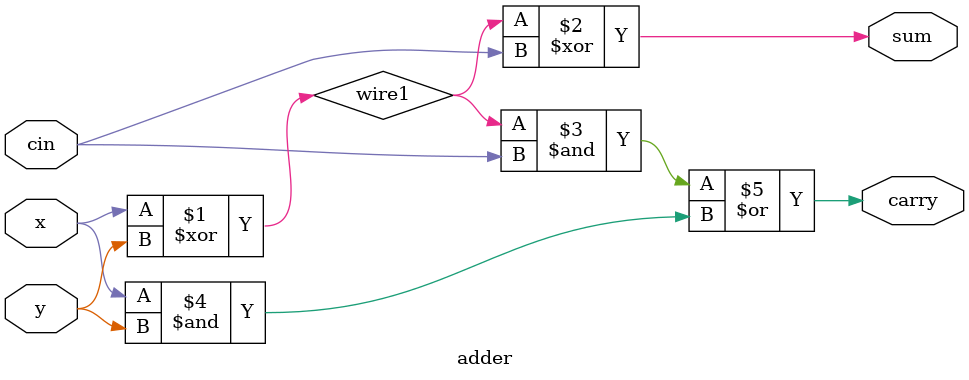
<source format=v>
module Mult_Adder (in1, in2,out1);
  input[3:0] in1,in2;
  output[4:0] out1;
  wire[3:0] carry1;

  adder adder1(.x(in1[0]),.y(in2[0]),.cin(0),.sum(out1[0]),.carry(carry1[0]));
  adder adder2(.x(in1[1]),.y(in2[1]),.cin(carry1[0]),.sum(out1[1]),.carry(carry1[1]));
  adder adder3(.x(in1[2]),.y(in2[2]),.cin(carry1[1]),.sum(out1[2]),.carry(carry1[2]));
  adder adder4(.x(in1[3]),.y(in2[3]),.cin(carry1[2]),.sum(out1[3]),.carry(carry1[3]));
  assign out1[4]=carry1[3];
endmodule
module adder (x, y,cin,sum,carry);
  input x,y,cin;
  output sum,carry;
  wire  wire1;
  xor xor1(wire1,x,y);
  assign sum=wire1^cin;
  assign carry=(wire1&cin)|(x&y);
endmodule

</source>
